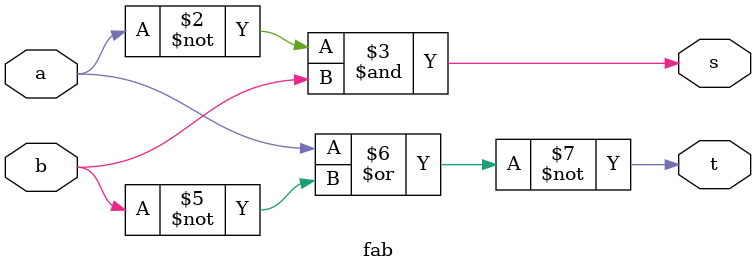
<source format=v>
/*
	Guia_0501.v
	842536 - Mateus Henrique Medeiros Diniz
	
	s = (~a & b)
	m a b s
	0 0 0 0
	1 0 1 1
	2 1 0 0
	3 1 1 0
*/

module Guia_0501;
	reg a, b;
	wire s, t;
	
	fab f (s, t, a, b);
	
	initial 
	begin: main
		integer i;
		
		$display("s = (~a & b)");
		$display("t = ~(a | ~(b | b))");
		
		$display("a b | s t");
		$monitor("%b %b | %b %b", a, b, s, t);
		
		a = 0;
		b = 0;
		
		for(i = 0; i < 3; i++) begin
			#1;	
			b = ~b;
			if((i + 1) % 2 == 0) begin
				a = ~a;
			end
		end
	end
endmodule

module fab (output s, t, input a, b);
	assign s = ~a & b;
	assign t = ~(a | ~(b | b));
endmodule
</source>
